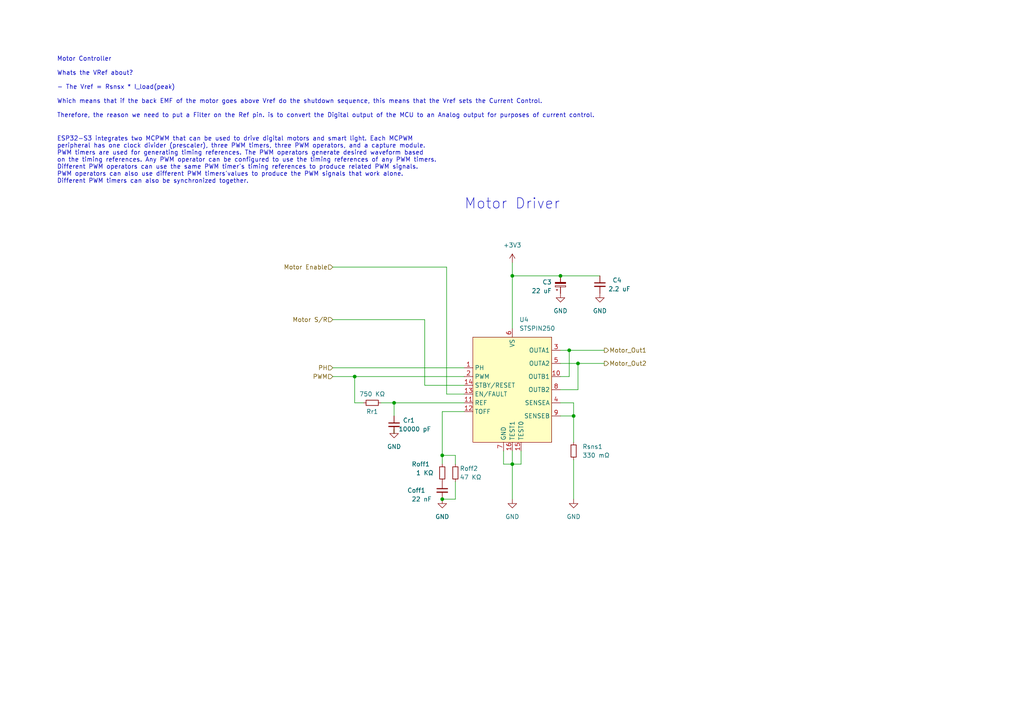
<source format=kicad_sch>
(kicad_sch (version 20230121) (generator eeschema)
  (paper "A4")
  (title_block (title "TurtleBot Mainboard") (date "2022-11-27") (rev "${REVISION}") (company "Amoskeag Technologies") (comment 4 "${FULL_REVISION}"))
  (lib_symbols
    (symbol "Amoskeag-KiCAD-Lib:STSPIN250"
      (property "Reference" "U" (at -1.27 2.54 0))
      (property "Value" "STSPIN250" (at -1.27 0 0))
      (symbol "STSPIN250_0_1"
        (rectangle (start -11.43 -2.54) (end 11.43 -33.02) (fill (type background)))
      )
      (symbol "STSPIN250_1_1"
        (pin input line (at -13.97 -11.43 0) (length 2.54) (name "PH") (number "1"))
        (pin output line (at 13.97 -13.97 180) (length 2.54) (name "OUTB1") (number "10"))
        (pin input line (at -13.97 -21.59 0) (length 2.54) (name "REF") (number "11"))
        (pin input line (at -13.97 -24.13 0) (length 2.54) (name "TOFF") (number "12"))
        (pin input line (at -13.97 -19.05 0) (length 2.54) (name "EN/FAULT") (number "13"))
        (pin input line (at -13.97 -16.51 0) (length 2.54) (name "STBY/RESET") (number "14"))
        (pin unspecified line (at 2.54 -35.56 90) (length 2.54) (name "TEST0") (number "15"))
        (pin unspecified line (at 0 -35.56 90) (length 2.54) (name "TEST1") (number "16"))
        (pin input line (at -13.97 -13.97 0) (length 2.54) (name "PWM") (number "2"))
        (pin output line (at 13.97 -6.35 180) (length 2.54) (name "OUTA1") (number "3"))
        (pin output line (at 13.97 -21.59 180) (length 2.54) (name "SENSEA") (number "4"))
        (pin output line (at 13.97 -10.16 180) (length 2.54) (name "OUTA2") (number "5"))
        (pin power_in line (at 0 0 270) (length 2.54) (name "VS") (number "6"))
        (pin power_in line (at -2.54 -35.56 90) (length 2.54) (name "GND") (number "7"))
        (pin output line (at 13.97 -17.78 180) (length 2.54) (name "OUTB2") (number "8"))
        (pin output line (at 13.97 -25.4 180) (length 2.54) (name "SENSEB") (number "9"))
      )
    )
    (symbol "Device:C_Polarized_Small" (pin_numbers hide) (pin_names (offset 0.254) hide)
      (property "Reference" "C" (at 0.254 1.778 0))
      (property "Value" "C_Polarized_Small" (at 0.254 -2.032 0))
      (symbol "C_Polarized_Small_0_1"
        (rectangle (start -1.524 -0.3048) (end 1.524 -0.6858) (fill (type outline)))
        (rectangle (start -1.524 0.6858) (end 1.524 0.3048))
        (polyline (pts (xy -1.27 1.524) (xy -0.762 1.524)))
        (polyline (pts (xy -1.016 1.27) (xy -1.016 1.778)))
      )
      (symbol "C_Polarized_Small_1_1"
        (pin passive line (at 0 2.54 270) (length 1.8542) (name "~") (number "1"))
        (pin passive line (at 0 -2.54 90) (length 1.8542) (name "~") (number "2"))
      )
    )
    (symbol "Device:C_Small" (pin_numbers hide) (pin_names (offset 0.254) hide)
      (property "Reference" "C" (at 0.254 1.778 0))
      (property "Value" "C_Small" (at 0.254 -2.032 0))
      (symbol "C_Small_0_1"
        (polyline (pts (xy -1.524 -0.508) (xy 1.524 -0.508)) (stroke (width 0.3302)))
        (polyline (pts (xy -1.524 0.508) (xy 1.524 0.508)) (stroke (width 0.3048)))
      )
      (symbol "C_Small_1_1"
        (pin passive line (at 0 2.54 270) (length 2.032) (name "~") (number "1"))
        (pin passive line (at 0 -2.54 90) (length 2.032) (name "~") (number "2"))
      )
    )
    (symbol "Device:R_Small" (pin_numbers hide) (pin_names (offset 0.254) hide)
      (property "Reference" "R" (at 0.762 0.508 0))
      (property "Value" "R_Small" (at 0.762 -1.016 0))
      (symbol "R_Small_0_1"
        (rectangle (start -0.762 1.778) (end 0.762 -1.778) (stroke (width 0.2032)))
      )
      (symbol "R_Small_1_1"
        (pin passive line (at 0 2.54 270) (length 0.762) (name "~") (number "1"))
        (pin passive line (at 0 -2.54 90) (length 0.762) (name "~") (number "2"))
      )
    )
    (symbol "power:+3.3V" (power) (pin_names (offset 0))
      (property "Value" "+3.3V" (at 0 3.556 0))
      (symbol "+3.3V_0_1"
        (polyline (pts (xy -0.762 1.27) (xy 0 2.54)))
        (polyline (pts (xy 0 0) (xy 0 2.54)))
        (polyline (pts (xy 0 2.54) (xy 0.762 1.27)))
      )
      (symbol "+3.3V_1_1"
        (pin power_in line (at 0 0 90) (length 0) hide (name "+3V3") (number "1"))
      )
    )
    (symbol "power:GND" (power) (pin_names (offset 0))
      (property "Value" "GND" (at 0 -3.81 0))
      (symbol "GND_0_1"
        (polyline (pts (xy 0 0) (xy 0 -1.27) (xy 1.27 -1.27) (xy 0 -2.54) (xy -1.27 -1.27) (xy 0 -1.27)))
      )
      (symbol "GND_1_1"
        (pin power_in line (at 0 0 270) (length 0) hide (name "GND") (number "1"))
      )
    )
  )
  (junction (at 165.1 101.6))
  (junction (at 148.59 80.01))
  (junction (at 148.59 134.62))
  (junction (at 102.87 109.22))
  (junction (at 114.3 116.84))
  (junction (at 128.27 144.78))
  (junction (at 167.64 105.41))
  (junction (at 166.37 120.65))
  (junction (at 162.56 80.01))
  (junction (at 128.27 132.08))
  (wire (pts (xy 146.05 134.62) (xy 148.59 134.62)))
  (wire (pts (xy 165.1 101.6) (xy 175.26 101.6)))
  (wire (pts (xy 148.59 134.62) (xy 148.59 144.78)))
  (wire (pts (xy 166.37 116.84) (xy 166.37 120.65)))
  (wire (pts (xy 148.59 130.81) (xy 148.59 134.62)))
  (wire (pts (xy 96.52 106.68) (xy 134.62 106.68)))
  (wire (pts (xy 166.37 133.35) (xy 166.37 144.78)))
  (wire (pts (xy 162.56 109.22) (xy 165.1 109.22)))
  (wire (pts (xy 166.37 120.65) (xy 166.37 128.27)))
  (wire (pts (xy 167.64 105.41) (xy 167.64 113.03)))
  (wire (pts (xy 162.56 116.84) (xy 166.37 116.84)))
  (wire (pts (xy 129.54 114.3) (xy 129.54 77.47)))
  (wire (pts (xy 162.56 105.41) (xy 167.64 105.41)))
  (wire (pts (xy 148.59 95.25) (xy 148.59 80.01)))
  (wire (pts (xy 134.62 114.3) (xy 129.54 114.3)))
  (wire (pts (xy 134.62 119.38) (xy 128.27 119.38)))
  (wire (pts (xy 114.3 116.84) (xy 110.49 116.84)))
  (wire (pts (xy 114.3 120.65) (xy 114.3 116.84)))
  (wire (pts (xy 132.08 144.78) (xy 128.27 144.78)))
  (wire (pts (xy 105.41 116.84) (xy 102.87 116.84)))
  (wire (pts (xy 148.59 76.2) (xy 148.59 80.01)))
  (wire (pts (xy 96.52 109.22) (xy 102.87 109.22)))
  (wire (pts (xy 96.52 92.71) (xy 123.19 92.71)))
  (wire (pts (xy 132.08 134.62) (xy 132.08 132.08)))
  (wire (pts (xy 162.56 113.03) (xy 167.64 113.03)))
  (wire (pts (xy 167.64 105.41) (xy 175.26 105.41)))
  (wire (pts (xy 151.13 134.62) (xy 148.59 134.62)))
  (wire (pts (xy 128.27 132.08) (xy 128.27 134.62)))
  (wire (pts (xy 102.87 109.22) (xy 102.87 116.84)))
  (wire (pts (xy 114.3 124.46) (xy 114.3 125.73)))
  (wire (pts (xy 165.1 109.22) (xy 165.1 101.6)))
  (wire (pts (xy 162.56 101.6) (xy 165.1 101.6)))
  (wire (pts (xy 173.99 80.01) (xy 162.56 80.01)))
  (wire (pts (xy 128.27 119.38) (xy 128.27 132.08)))
  (wire (pts (xy 128.27 132.08) (xy 132.08 132.08)))
  (wire (pts (xy 96.52 77.47) (xy 129.54 77.47)))
  (wire (pts (xy 146.05 130.81) (xy 146.05 134.62)))
  (wire (pts (xy 148.59 80.01) (xy 162.56 80.01)))
  (wire (pts (xy 151.13 130.81) (xy 151.13 134.62)))
  (wire (pts (xy 132.08 139.7) (xy 132.08 144.78)))
  (wire (pts (xy 162.56 120.65) (xy 166.37 120.65)))
  (wire (pts (xy 114.3 116.84) (xy 134.62 116.84)))
  (wire (pts (xy 102.87 109.22) (xy 134.62 109.22)))
  (wire (pts (xy 123.19 111.76) (xy 123.19 92.71)))
  (wire (pts (xy 134.62 111.76) (xy 123.19 111.76)))
  (text "Motor Driver" (at 134.62 60.96 0) (effects (font (size 3 3)) (justify left bottom)))
  (text "Motor Controller\n\nWhats the VRef about?\n\n- The Vref = Rsnsx * I_load(peak)\n\nWhich means that if the back EMF of the motor goes above Vref do the shutdown sequence, this means that the Vref sets the Current Control. \n\nTherefore, the reason we need to put a Filter on the Ref pin. is to convert the Digital output of the MCU to an Analog output for purposes of current control." (at 16.51 34.29 0) (effects (font (size 1.27 1.27)) (justify left bottom)))
  (text "ESP32-S3 integrates two MCPWM that can be used to drive digital motors and smart light. Each MCPWM\nperipheral has one clock divider (prescaler), three PWM timers, three PWM operators, and a capture module.\nPWM timers are used for generating timing references. The PWM operators generate desired waveform based\non the timing references. Any PWM operator can be configured to use the timing references of any PWM timers.\nDifferent PWM operators can use the same PWM timer's timing references to produce related PWM signals.\nPWM operators can also use different PWM timers'values to produce the PWM signals that work alone.\nDifferent PWM timers can also be synchronized together.\n" (at 16.51 53.34 0) (effects (font (size 1.27 1.27)) (justify left bottom)))
  (hierarchical_label "Motor S{slash}R" (shape input) (at 96.52 92.71 180))
  (hierarchical_label "PH" (shape input) (at 96.52 106.68 180))
  (hierarchical_label "Motor_Out1" (shape output) (at 175.26 101.6 0))
  (hierarchical_label "Motor_Out2" (shape output) (at 175.26 105.41 0))
  (hierarchical_label "Motor Enable" (shape input) (at 96.52 77.47 180))
  (hierarchical_label "PWM" (shape input) (at 96.52 109.22 180))
  (symbol (lib_id "Device:R_Small") (at 166.37 130.81 0) (unit 1)
    (property "Reference" "Rsns1" (at 168.91 129.5399 0) (effects (justify left)))
    (property "Value" "330 mΩ" (at 168.91 132.0799 0) (effects (justify left)))
    (property "Footprint" "Resistor_SMD:R_0805_2012Metric" (effects hide))
    (instances (project "ESP32 Robo Dev Board" (path "" (reference "Rsns1") (unit 1)) (path "" (reference "Rsns2") (unit 1))))
  )
  (symbol (lib_id "Device:C_Small") (at 173.99 82.55 0) (mirror y) (unit 1)
    (property "Reference" "C4" (at 180.34 81.28 0) (effects (justify left)))
    (property "Value" "2.2 uF" (at 182.88 83.82 0) (effects (justify left)))
    (property "Footprint" "Capacitor_SMD:C_0805_2012Metric" (effects hide))
    (instances (project "ESP32 Robo Dev Board" (path "" (reference "C4") (unit 1)) (path "" (reference "C6") (unit 1))))
  )
  (symbol (lib_id "power:+3.3V") (at 148.59 76.2 0) (mirror y) (unit 1)
    (property "Reference" "#PWR023" (effects hide))
    (property "Value" "+3.3V" (at 148.59 71.12 0))
    (instances (project "ESP32 Robo Dev Board" (path "" (reference "#PWR023") (unit 1)) (path "" (reference "#PWR030") (unit 1))))
  )
  (symbol (lib_id "power:GND") (at 162.56 85.09 0) (mirror y) (unit 1)
    (property "Reference" "#PWR025" (effects hide))
    (property "Value" "GND" (at 162.56 90.17 0))
    (instances (project "ESP32 Robo Dev Board" (path "" (reference "#PWR025") (unit 1)) (path "" (reference "#PWR032") (unit 1))))
  )
  (symbol (lib_id "power:GND") (at 128.27 144.78 0) (unit 1)
    (property "Reference" "#PWR022" (effects hide))
    (property "Value" "GND" (at 128.27 149.86 0))
    (instances (project "ESP32 Robo Dev Board" (path "" (reference "#PWR022") (unit 1)) (path "" (reference "#PWR029") (unit 1))))
  )
  (symbol (lib_id "Device:R_Small") (at 132.08 137.16 0) (unit 1)
    (property "Reference" "Roff2" (at 133.35 135.89 0) (effects (justify left)))
    (property "Value" "47 KΩ" (at 133.35 138.43 0) (effects (justify left)))
    (property "Footprint" "Resistor_SMD:R_0805_2012Metric" (effects hide))
    (instances (project "ESP32 Robo Dev Board" (path "" (reference "Roff2") (unit 1)) (path "" (reference "Roff4") (unit 1))))
  )
  (symbol (lib_id "Amoskeag-KiCAD-Lib:STSPIN250") (at 148.59 95.25 0) (unit 1)
    (property "Reference" "U4" (at 150.6094 92.71 0) (effects (justify left)))
    (property "Value" "STSPIN250" (at 150.6094 95.25 0) (effects (justify left)))
    (property "Footprint" "Amoskeag_KiCAD_Lib:ST_Microelectronics-STSPIN250-0" (effects hide))
    (property "Datasheet" "https://www.st.com/resource/en/datasheet/stspin250.pdf" (effects hide))
    (instances (project "ESP32 Robo Dev Board" (path "" (reference "U4") (unit 1)) (path "" (reference "U5") (unit 1))))
  )
  (symbol (lib_id "power:GND") (at 114.3 124.46 0) (unit 1)
    (property "Reference" "#PWR021" (effects hide))
    (property "Value" "GND" (at 114.3 129.54 0))
    (instances (project "ESP32 Robo Dev Board" (path "" (reference "#PWR021") (unit 1)) (path "" (reference "#PWR028") (unit 1))))
  )
  (symbol (lib_id "Device:R_Small") (at 128.27 137.16 0) (unit 1)
    (property "Reference" "Roff1" (at 119.38 134.62 0) (effects (justify left)))
    (property "Value" "1 KΩ" (at 120.65 137.16 0) (effects (justify left)))
    (property "Footprint" "Resistor_SMD:R_0805_2012Metric" (effects hide))
    (instances (project "ESP32 Robo Dev Board" (path "" (reference "Roff1") (unit 1)) (path "" (reference "Roff3") (unit 1))))
  )
  (symbol (lib_id "Device:C_Polarized_Small") (at 162.56 82.55 0) (mirror x) (unit 1)
    (property "Reference" "C3" (at 160.02 81.826 0) (effects (justify right)))
    (property "Value" "22 uF" (at 160.02 84.366 0) (effects (justify right)))
    (property "Footprint" "Capacitor_SMD:C_0805_2012Metric" (effects hide))
    (instances (project "ESP32 Robo Dev Board" (path "" (reference "C3") (unit 1)) (path "" (reference "C5") (unit 1))))
  )
  (symbol (lib_id "Device:R_Small") (at 107.95 116.84 90) (unit 1)
    (property "Reference" "Rr1" (at 107.95 119.38 90))
    (property "Value" "750 KΩ" (at 107.95 114.3 90))
    (property "Footprint" "Resistor_SMD:R_0805_2012Metric" (effects hide))
    (instances (project "ESP32 Robo Dev Board" (path "" (reference "Rr1") (unit 1)) (path "" (reference "Rr2") (unit 1))))
  )
  (symbol (lib_id "power:GND") (at 148.59 144.78 0) (unit 1)
    (property "Reference" "#PWR024" (effects hide))
    (property "Value" "GND" (at 148.59 149.86 0))
    (instances (project "ESP32 Robo Dev Board" (path "" (reference "#PWR024") (unit 1)) (path "" (reference "#PWR031") (unit 1))))
  )
  (symbol (lib_id "Device:C_Small") (at 128.27 142.24 0) (unit 1)
    (property "Reference" "Coff1" (at 118.11 142.24 0) (effects (justify left)))
    (property "Value" "22 nF" (at 119.38 144.78 0) (effects (justify left)))
    (property "Footprint" "Capacitor_SMD:C_0805_2012Metric" (effects hide))
    (instances (project "ESP32 Robo Dev Board" (path "" (reference "Coff1") (unit 1)) (path "" (reference "Coff2") (unit 1))))
  )
  (symbol (lib_id "power:GND") (at 166.37 144.78 0) (unit 1)
    (property "Reference" "#PWR026" (effects hide))
    (property "Value" "GND" (at 166.37 149.86 0))
    (instances (project "ESP32 Robo Dev Board" (path "" (reference "#PWR026") (unit 1)) (path "" (reference "#PWR033") (unit 1))))
  )
  (symbol (lib_id "power:GND") (at 173.99 85.09 0) (mirror y) (unit 1)
    (property "Reference" "#PWR027" (effects hide))
    (property "Value" "GND" (at 173.99 90.17 0))
    (instances (project "ESP32 Robo Dev Board" (path "" (reference "#PWR027") (unit 1)) (path "" (reference "#PWR034") (unit 1))))
  )
  (symbol (lib_id "Device:C_Small") (at 114.3 123.19 0) (unit 1)
    (property "Reference" "Cr1" (at 116.84 121.92 0) (effects (justify left)))
    (property "Value" "10000 pF" (at 115.57 124.46 0) (effects (justify left)))
    (property "Footprint" "Capacitor_SMD:C_0805_2012Metric" (effects hide))
    (instances (project "ESP32 Robo Dev Board" (path "" (reference "Cr1") (unit 1)) (path "" (reference "Cr2") (unit 1))))
  )
)
</source>
